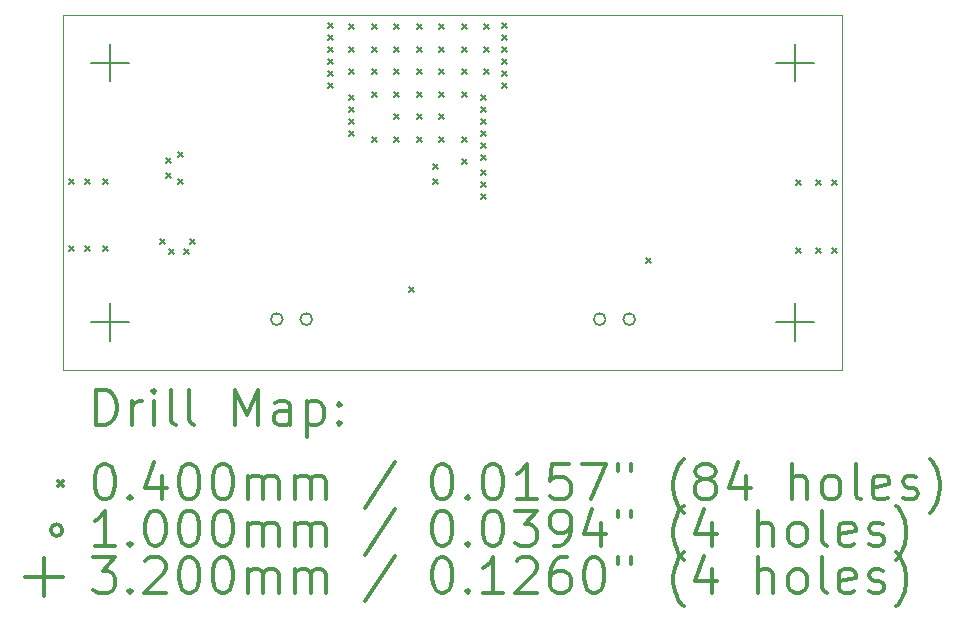
<source format=gbr>
%FSLAX45Y45*%
G04 Gerber Fmt 4.5, Leading zero omitted, Abs format (unit mm)*
G04 Created by KiCad (PCBNEW 5.1.10-88a1d61d58~90~ubuntu21.04.1) date 2021-09-19 17:31:34*
%MOMM*%
%LPD*%
G01*
G04 APERTURE LIST*
%TA.AperFunction,Profile*%
%ADD10C,0.050000*%
%TD*%
%ADD11C,0.200000*%
%ADD12C,0.300000*%
G04 APERTURE END LIST*
D10*
X10000000Y-10000000D02*
X10000000Y-13000000D01*
X10000000Y-10000000D02*
X16600000Y-10000000D01*
X16600000Y-13000000D02*
X16600000Y-10000000D01*
X10000000Y-13000000D02*
X16600000Y-13000000D01*
D11*
X10051100Y-11384600D02*
X10091100Y-11424600D01*
X10091100Y-11384600D02*
X10051100Y-11424600D01*
X10051100Y-11956100D02*
X10091100Y-11996100D01*
X10091100Y-11956100D02*
X10051100Y-11996100D01*
X10190800Y-11384600D02*
X10230800Y-11424600D01*
X10230800Y-11384600D02*
X10190800Y-11424600D01*
X10190800Y-11956100D02*
X10230800Y-11996100D01*
X10230800Y-11956100D02*
X10190800Y-11996100D01*
X10343200Y-11384600D02*
X10383200Y-11424600D01*
X10383200Y-11384600D02*
X10343200Y-11424600D01*
X10343200Y-11956100D02*
X10383200Y-11996100D01*
X10383200Y-11956100D02*
X10343200Y-11996100D01*
X10825800Y-11892600D02*
X10865800Y-11932600D01*
X10865800Y-11892600D02*
X10825800Y-11932600D01*
X10876600Y-11206800D02*
X10916600Y-11246800D01*
X10916600Y-11206800D02*
X10876600Y-11246800D01*
X10876600Y-11333800D02*
X10916600Y-11373800D01*
X10916600Y-11333800D02*
X10876600Y-11373800D01*
X10902000Y-11981500D02*
X10942000Y-12021500D01*
X10942000Y-11981500D02*
X10902000Y-12021500D01*
X10978200Y-11156000D02*
X11018200Y-11196000D01*
X11018200Y-11156000D02*
X10978200Y-11196000D01*
X10978200Y-11384600D02*
X11018200Y-11424600D01*
X11018200Y-11384600D02*
X10978200Y-11424600D01*
X11029000Y-11981500D02*
X11069000Y-12021500D01*
X11069000Y-11981500D02*
X11029000Y-12021500D01*
X11079800Y-11892600D02*
X11119800Y-11932600D01*
X11119800Y-11892600D02*
X11079800Y-11932600D01*
X12248200Y-10063800D02*
X12288200Y-10103800D01*
X12288200Y-10063800D02*
X12248200Y-10103800D01*
X12248200Y-10165400D02*
X12288200Y-10205400D01*
X12288200Y-10165400D02*
X12248200Y-10205400D01*
X12248200Y-10267000D02*
X12288200Y-10307000D01*
X12288200Y-10267000D02*
X12248200Y-10307000D01*
X12248200Y-10368600D02*
X12288200Y-10408600D01*
X12288200Y-10368600D02*
X12248200Y-10408600D01*
X12248200Y-10470200D02*
X12288200Y-10510200D01*
X12288200Y-10470200D02*
X12248200Y-10510200D01*
X12248200Y-10571800D02*
X12288200Y-10611800D01*
X12288200Y-10571800D02*
X12248200Y-10611800D01*
X12426000Y-10076500D02*
X12466000Y-10116500D01*
X12466000Y-10076500D02*
X12426000Y-10116500D01*
X12426000Y-10267000D02*
X12466000Y-10307000D01*
X12466000Y-10267000D02*
X12426000Y-10307000D01*
X12426000Y-10457500D02*
X12466000Y-10497500D01*
X12466000Y-10457500D02*
X12426000Y-10497500D01*
X12426000Y-10673400D02*
X12466000Y-10713400D01*
X12466000Y-10673400D02*
X12426000Y-10713400D01*
X12426000Y-10775000D02*
X12466000Y-10815000D01*
X12466000Y-10775000D02*
X12426000Y-10815000D01*
X12426000Y-10876600D02*
X12466000Y-10916600D01*
X12466000Y-10876600D02*
X12426000Y-10916600D01*
X12426000Y-10978200D02*
X12466000Y-11018200D01*
X12466000Y-10978200D02*
X12426000Y-11018200D01*
X12616500Y-10076500D02*
X12656500Y-10116500D01*
X12656500Y-10076500D02*
X12616500Y-10116500D01*
X12616500Y-10267000D02*
X12656500Y-10307000D01*
X12656500Y-10267000D02*
X12616500Y-10307000D01*
X12616500Y-10457500D02*
X12656500Y-10497500D01*
X12656500Y-10457500D02*
X12616500Y-10497500D01*
X12616500Y-10648000D02*
X12656500Y-10688000D01*
X12656500Y-10648000D02*
X12616500Y-10688000D01*
X12616500Y-11029000D02*
X12656500Y-11069000D01*
X12656500Y-11029000D02*
X12616500Y-11069000D01*
X12807000Y-10076500D02*
X12847000Y-10116500D01*
X12847000Y-10076500D02*
X12807000Y-10116500D01*
X12807000Y-10267000D02*
X12847000Y-10307000D01*
X12847000Y-10267000D02*
X12807000Y-10307000D01*
X12807000Y-10457500D02*
X12847000Y-10497500D01*
X12847000Y-10457500D02*
X12807000Y-10497500D01*
X12807000Y-10648000D02*
X12847000Y-10688000D01*
X12847000Y-10648000D02*
X12807000Y-10688000D01*
X12807000Y-10838500D02*
X12847000Y-10878500D01*
X12847000Y-10838500D02*
X12807000Y-10878500D01*
X12807000Y-11029000D02*
X12847000Y-11069000D01*
X12847000Y-11029000D02*
X12807000Y-11069000D01*
X12934000Y-12299000D02*
X12974000Y-12339000D01*
X12974000Y-12299000D02*
X12934000Y-12339000D01*
X12997500Y-10076500D02*
X13037500Y-10116500D01*
X13037500Y-10076500D02*
X12997500Y-10116500D01*
X12997500Y-10267000D02*
X13037500Y-10307000D01*
X13037500Y-10267000D02*
X12997500Y-10307000D01*
X12997500Y-10457500D02*
X13037500Y-10497500D01*
X13037500Y-10457500D02*
X12997500Y-10497500D01*
X12997500Y-10648000D02*
X13037500Y-10688000D01*
X13037500Y-10648000D02*
X12997500Y-10688000D01*
X12997500Y-10838500D02*
X13037500Y-10878500D01*
X13037500Y-10838500D02*
X12997500Y-10878500D01*
X12997500Y-11029000D02*
X13037500Y-11069000D01*
X13037500Y-11029000D02*
X12997500Y-11069000D01*
X13137200Y-11257600D02*
X13177200Y-11297600D01*
X13177200Y-11257600D02*
X13137200Y-11297600D01*
X13137200Y-11384600D02*
X13177200Y-11424600D01*
X13177200Y-11384600D02*
X13137200Y-11424600D01*
X13188000Y-10076500D02*
X13228000Y-10116500D01*
X13228000Y-10076500D02*
X13188000Y-10116500D01*
X13188000Y-10267000D02*
X13228000Y-10307000D01*
X13228000Y-10267000D02*
X13188000Y-10307000D01*
X13188000Y-10457500D02*
X13228000Y-10497500D01*
X13228000Y-10457500D02*
X13188000Y-10497500D01*
X13188000Y-10648000D02*
X13228000Y-10688000D01*
X13228000Y-10648000D02*
X13188000Y-10688000D01*
X13188000Y-10838500D02*
X13228000Y-10878500D01*
X13228000Y-10838500D02*
X13188000Y-10878500D01*
X13188000Y-11029000D02*
X13228000Y-11069000D01*
X13228000Y-11029000D02*
X13188000Y-11069000D01*
X13378500Y-10076500D02*
X13418500Y-10116500D01*
X13418500Y-10076500D02*
X13378500Y-10116500D01*
X13378500Y-10267000D02*
X13418500Y-10307000D01*
X13418500Y-10267000D02*
X13378500Y-10307000D01*
X13378500Y-10457500D02*
X13418500Y-10497500D01*
X13418500Y-10457500D02*
X13378500Y-10497500D01*
X13378500Y-10648000D02*
X13418500Y-10688000D01*
X13418500Y-10648000D02*
X13378500Y-10688000D01*
X13378500Y-11029000D02*
X13418500Y-11069000D01*
X13418500Y-11029000D02*
X13378500Y-11069000D01*
X13378500Y-11219500D02*
X13418500Y-11259500D01*
X13418500Y-11219500D02*
X13378500Y-11259500D01*
X13543600Y-10673400D02*
X13583600Y-10713400D01*
X13583600Y-10673400D02*
X13543600Y-10713400D01*
X13543600Y-10775000D02*
X13583600Y-10815000D01*
X13583600Y-10775000D02*
X13543600Y-10815000D01*
X13543600Y-10876600D02*
X13583600Y-10916600D01*
X13583600Y-10876600D02*
X13543600Y-10916600D01*
X13543600Y-10978200D02*
X13583600Y-11018200D01*
X13583600Y-10978200D02*
X13543600Y-11018200D01*
X13543600Y-11079800D02*
X13583600Y-11119800D01*
X13583600Y-11079800D02*
X13543600Y-11119800D01*
X13543600Y-11181400D02*
X13583600Y-11221400D01*
X13583600Y-11181400D02*
X13543600Y-11221400D01*
X13543600Y-11308400D02*
X13583600Y-11348400D01*
X13583600Y-11308400D02*
X13543600Y-11348400D01*
X13543600Y-11410000D02*
X13583600Y-11450000D01*
X13583600Y-11410000D02*
X13543600Y-11450000D01*
X13543600Y-11511600D02*
X13583600Y-11551600D01*
X13583600Y-11511600D02*
X13543600Y-11551600D01*
X13569000Y-10076500D02*
X13609000Y-10116500D01*
X13609000Y-10076500D02*
X13569000Y-10116500D01*
X13569000Y-10267000D02*
X13609000Y-10307000D01*
X13609000Y-10267000D02*
X13569000Y-10307000D01*
X13569000Y-10457500D02*
X13609000Y-10497500D01*
X13609000Y-10457500D02*
X13569000Y-10497500D01*
X13721400Y-10063800D02*
X13761400Y-10103800D01*
X13761400Y-10063800D02*
X13721400Y-10103800D01*
X13721400Y-10165400D02*
X13761400Y-10205400D01*
X13761400Y-10165400D02*
X13721400Y-10205400D01*
X13721400Y-10267000D02*
X13761400Y-10307000D01*
X13761400Y-10267000D02*
X13721400Y-10307000D01*
X13721400Y-10368600D02*
X13761400Y-10408600D01*
X13761400Y-10368600D02*
X13721400Y-10408600D01*
X13721400Y-10470200D02*
X13761400Y-10510200D01*
X13761400Y-10470200D02*
X13721400Y-10510200D01*
X13721400Y-10571800D02*
X13761400Y-10611800D01*
X13761400Y-10571800D02*
X13721400Y-10611800D01*
X14940600Y-12057700D02*
X14980600Y-12097700D01*
X14980600Y-12057700D02*
X14940600Y-12097700D01*
X16210600Y-11397300D02*
X16250600Y-11437300D01*
X16250600Y-11397300D02*
X16210600Y-11437300D01*
X16210600Y-11968800D02*
X16250600Y-12008800D01*
X16250600Y-11968800D02*
X16210600Y-12008800D01*
X16375700Y-11397300D02*
X16415700Y-11437300D01*
X16415700Y-11397300D02*
X16375700Y-11437300D01*
X16375700Y-11968800D02*
X16415700Y-12008800D01*
X16415700Y-11968800D02*
X16375700Y-12008800D01*
X16515400Y-11397300D02*
X16555400Y-11437300D01*
X16555400Y-11397300D02*
X16515400Y-11437300D01*
X16515400Y-11968800D02*
X16555400Y-12008800D01*
X16555400Y-11968800D02*
X16515400Y-12008800D01*
X11861000Y-12573000D02*
G75*
G03*
X11861000Y-12573000I-50000J0D01*
G01*
X12111000Y-12573000D02*
G75*
G03*
X12111000Y-12573000I-50000J0D01*
G01*
X14595500Y-12573000D02*
G75*
G03*
X14595500Y-12573000I-50000J0D01*
G01*
X14845500Y-12573000D02*
G75*
G03*
X14845500Y-12573000I-50000J0D01*
G01*
X10400000Y-10240000D02*
X10400000Y-10560000D01*
X10240000Y-10400000D02*
X10560000Y-10400000D01*
X10400000Y-12440000D02*
X10400000Y-12760000D01*
X10240000Y-12600000D02*
X10560000Y-12600000D01*
X16200000Y-10240000D02*
X16200000Y-10560000D01*
X16040000Y-10400000D02*
X16360000Y-10400000D01*
X16200000Y-12440000D02*
X16200000Y-12760000D01*
X16040000Y-12600000D02*
X16360000Y-12600000D01*
D12*
X10283928Y-13468214D02*
X10283928Y-13168214D01*
X10355357Y-13168214D01*
X10398214Y-13182500D01*
X10426786Y-13211071D01*
X10441071Y-13239643D01*
X10455357Y-13296786D01*
X10455357Y-13339643D01*
X10441071Y-13396786D01*
X10426786Y-13425357D01*
X10398214Y-13453929D01*
X10355357Y-13468214D01*
X10283928Y-13468214D01*
X10583928Y-13468214D02*
X10583928Y-13268214D01*
X10583928Y-13325357D02*
X10598214Y-13296786D01*
X10612500Y-13282500D01*
X10641071Y-13268214D01*
X10669643Y-13268214D01*
X10769643Y-13468214D02*
X10769643Y-13268214D01*
X10769643Y-13168214D02*
X10755357Y-13182500D01*
X10769643Y-13196786D01*
X10783928Y-13182500D01*
X10769643Y-13168214D01*
X10769643Y-13196786D01*
X10955357Y-13468214D02*
X10926786Y-13453929D01*
X10912500Y-13425357D01*
X10912500Y-13168214D01*
X11112500Y-13468214D02*
X11083928Y-13453929D01*
X11069643Y-13425357D01*
X11069643Y-13168214D01*
X11455357Y-13468214D02*
X11455357Y-13168214D01*
X11555357Y-13382500D01*
X11655357Y-13168214D01*
X11655357Y-13468214D01*
X11926786Y-13468214D02*
X11926786Y-13311071D01*
X11912500Y-13282500D01*
X11883928Y-13268214D01*
X11826786Y-13268214D01*
X11798214Y-13282500D01*
X11926786Y-13453929D02*
X11898214Y-13468214D01*
X11826786Y-13468214D01*
X11798214Y-13453929D01*
X11783928Y-13425357D01*
X11783928Y-13396786D01*
X11798214Y-13368214D01*
X11826786Y-13353929D01*
X11898214Y-13353929D01*
X11926786Y-13339643D01*
X12069643Y-13268214D02*
X12069643Y-13568214D01*
X12069643Y-13282500D02*
X12098214Y-13268214D01*
X12155357Y-13268214D01*
X12183928Y-13282500D01*
X12198214Y-13296786D01*
X12212500Y-13325357D01*
X12212500Y-13411071D01*
X12198214Y-13439643D01*
X12183928Y-13453929D01*
X12155357Y-13468214D01*
X12098214Y-13468214D01*
X12069643Y-13453929D01*
X12341071Y-13439643D02*
X12355357Y-13453929D01*
X12341071Y-13468214D01*
X12326786Y-13453929D01*
X12341071Y-13439643D01*
X12341071Y-13468214D01*
X12341071Y-13282500D02*
X12355357Y-13296786D01*
X12341071Y-13311071D01*
X12326786Y-13296786D01*
X12341071Y-13282500D01*
X12341071Y-13311071D01*
X9957500Y-13942500D02*
X9997500Y-13982500D01*
X9997500Y-13942500D02*
X9957500Y-13982500D01*
X10341071Y-13798214D02*
X10369643Y-13798214D01*
X10398214Y-13812500D01*
X10412500Y-13826786D01*
X10426786Y-13855357D01*
X10441071Y-13912500D01*
X10441071Y-13983929D01*
X10426786Y-14041071D01*
X10412500Y-14069643D01*
X10398214Y-14083929D01*
X10369643Y-14098214D01*
X10341071Y-14098214D01*
X10312500Y-14083929D01*
X10298214Y-14069643D01*
X10283928Y-14041071D01*
X10269643Y-13983929D01*
X10269643Y-13912500D01*
X10283928Y-13855357D01*
X10298214Y-13826786D01*
X10312500Y-13812500D01*
X10341071Y-13798214D01*
X10569643Y-14069643D02*
X10583928Y-14083929D01*
X10569643Y-14098214D01*
X10555357Y-14083929D01*
X10569643Y-14069643D01*
X10569643Y-14098214D01*
X10841071Y-13898214D02*
X10841071Y-14098214D01*
X10769643Y-13783929D02*
X10698214Y-13998214D01*
X10883928Y-13998214D01*
X11055357Y-13798214D02*
X11083928Y-13798214D01*
X11112500Y-13812500D01*
X11126786Y-13826786D01*
X11141071Y-13855357D01*
X11155357Y-13912500D01*
X11155357Y-13983929D01*
X11141071Y-14041071D01*
X11126786Y-14069643D01*
X11112500Y-14083929D01*
X11083928Y-14098214D01*
X11055357Y-14098214D01*
X11026786Y-14083929D01*
X11012500Y-14069643D01*
X10998214Y-14041071D01*
X10983928Y-13983929D01*
X10983928Y-13912500D01*
X10998214Y-13855357D01*
X11012500Y-13826786D01*
X11026786Y-13812500D01*
X11055357Y-13798214D01*
X11341071Y-13798214D02*
X11369643Y-13798214D01*
X11398214Y-13812500D01*
X11412500Y-13826786D01*
X11426786Y-13855357D01*
X11441071Y-13912500D01*
X11441071Y-13983929D01*
X11426786Y-14041071D01*
X11412500Y-14069643D01*
X11398214Y-14083929D01*
X11369643Y-14098214D01*
X11341071Y-14098214D01*
X11312500Y-14083929D01*
X11298214Y-14069643D01*
X11283928Y-14041071D01*
X11269643Y-13983929D01*
X11269643Y-13912500D01*
X11283928Y-13855357D01*
X11298214Y-13826786D01*
X11312500Y-13812500D01*
X11341071Y-13798214D01*
X11569643Y-14098214D02*
X11569643Y-13898214D01*
X11569643Y-13926786D02*
X11583928Y-13912500D01*
X11612500Y-13898214D01*
X11655357Y-13898214D01*
X11683928Y-13912500D01*
X11698214Y-13941071D01*
X11698214Y-14098214D01*
X11698214Y-13941071D02*
X11712500Y-13912500D01*
X11741071Y-13898214D01*
X11783928Y-13898214D01*
X11812500Y-13912500D01*
X11826786Y-13941071D01*
X11826786Y-14098214D01*
X11969643Y-14098214D02*
X11969643Y-13898214D01*
X11969643Y-13926786D02*
X11983928Y-13912500D01*
X12012500Y-13898214D01*
X12055357Y-13898214D01*
X12083928Y-13912500D01*
X12098214Y-13941071D01*
X12098214Y-14098214D01*
X12098214Y-13941071D02*
X12112500Y-13912500D01*
X12141071Y-13898214D01*
X12183928Y-13898214D01*
X12212500Y-13912500D01*
X12226786Y-13941071D01*
X12226786Y-14098214D01*
X12812500Y-13783929D02*
X12555357Y-14169643D01*
X13198214Y-13798214D02*
X13226786Y-13798214D01*
X13255357Y-13812500D01*
X13269643Y-13826786D01*
X13283928Y-13855357D01*
X13298214Y-13912500D01*
X13298214Y-13983929D01*
X13283928Y-14041071D01*
X13269643Y-14069643D01*
X13255357Y-14083929D01*
X13226786Y-14098214D01*
X13198214Y-14098214D01*
X13169643Y-14083929D01*
X13155357Y-14069643D01*
X13141071Y-14041071D01*
X13126786Y-13983929D01*
X13126786Y-13912500D01*
X13141071Y-13855357D01*
X13155357Y-13826786D01*
X13169643Y-13812500D01*
X13198214Y-13798214D01*
X13426786Y-14069643D02*
X13441071Y-14083929D01*
X13426786Y-14098214D01*
X13412500Y-14083929D01*
X13426786Y-14069643D01*
X13426786Y-14098214D01*
X13626786Y-13798214D02*
X13655357Y-13798214D01*
X13683928Y-13812500D01*
X13698214Y-13826786D01*
X13712500Y-13855357D01*
X13726786Y-13912500D01*
X13726786Y-13983929D01*
X13712500Y-14041071D01*
X13698214Y-14069643D01*
X13683928Y-14083929D01*
X13655357Y-14098214D01*
X13626786Y-14098214D01*
X13598214Y-14083929D01*
X13583928Y-14069643D01*
X13569643Y-14041071D01*
X13555357Y-13983929D01*
X13555357Y-13912500D01*
X13569643Y-13855357D01*
X13583928Y-13826786D01*
X13598214Y-13812500D01*
X13626786Y-13798214D01*
X14012500Y-14098214D02*
X13841071Y-14098214D01*
X13926786Y-14098214D02*
X13926786Y-13798214D01*
X13898214Y-13841071D01*
X13869643Y-13869643D01*
X13841071Y-13883929D01*
X14283928Y-13798214D02*
X14141071Y-13798214D01*
X14126786Y-13941071D01*
X14141071Y-13926786D01*
X14169643Y-13912500D01*
X14241071Y-13912500D01*
X14269643Y-13926786D01*
X14283928Y-13941071D01*
X14298214Y-13969643D01*
X14298214Y-14041071D01*
X14283928Y-14069643D01*
X14269643Y-14083929D01*
X14241071Y-14098214D01*
X14169643Y-14098214D01*
X14141071Y-14083929D01*
X14126786Y-14069643D01*
X14398214Y-13798214D02*
X14598214Y-13798214D01*
X14469643Y-14098214D01*
X14698214Y-13798214D02*
X14698214Y-13855357D01*
X14812500Y-13798214D02*
X14812500Y-13855357D01*
X15255357Y-14212500D02*
X15241071Y-14198214D01*
X15212500Y-14155357D01*
X15198214Y-14126786D01*
X15183928Y-14083929D01*
X15169643Y-14012500D01*
X15169643Y-13955357D01*
X15183928Y-13883929D01*
X15198214Y-13841071D01*
X15212500Y-13812500D01*
X15241071Y-13769643D01*
X15255357Y-13755357D01*
X15412500Y-13926786D02*
X15383928Y-13912500D01*
X15369643Y-13898214D01*
X15355357Y-13869643D01*
X15355357Y-13855357D01*
X15369643Y-13826786D01*
X15383928Y-13812500D01*
X15412500Y-13798214D01*
X15469643Y-13798214D01*
X15498214Y-13812500D01*
X15512500Y-13826786D01*
X15526786Y-13855357D01*
X15526786Y-13869643D01*
X15512500Y-13898214D01*
X15498214Y-13912500D01*
X15469643Y-13926786D01*
X15412500Y-13926786D01*
X15383928Y-13941071D01*
X15369643Y-13955357D01*
X15355357Y-13983929D01*
X15355357Y-14041071D01*
X15369643Y-14069643D01*
X15383928Y-14083929D01*
X15412500Y-14098214D01*
X15469643Y-14098214D01*
X15498214Y-14083929D01*
X15512500Y-14069643D01*
X15526786Y-14041071D01*
X15526786Y-13983929D01*
X15512500Y-13955357D01*
X15498214Y-13941071D01*
X15469643Y-13926786D01*
X15783928Y-13898214D02*
X15783928Y-14098214D01*
X15712500Y-13783929D02*
X15641071Y-13998214D01*
X15826786Y-13998214D01*
X16169643Y-14098214D02*
X16169643Y-13798214D01*
X16298214Y-14098214D02*
X16298214Y-13941071D01*
X16283928Y-13912500D01*
X16255357Y-13898214D01*
X16212500Y-13898214D01*
X16183928Y-13912500D01*
X16169643Y-13926786D01*
X16483928Y-14098214D02*
X16455357Y-14083929D01*
X16441071Y-14069643D01*
X16426786Y-14041071D01*
X16426786Y-13955357D01*
X16441071Y-13926786D01*
X16455357Y-13912500D01*
X16483928Y-13898214D01*
X16526786Y-13898214D01*
X16555357Y-13912500D01*
X16569643Y-13926786D01*
X16583928Y-13955357D01*
X16583928Y-14041071D01*
X16569643Y-14069643D01*
X16555357Y-14083929D01*
X16526786Y-14098214D01*
X16483928Y-14098214D01*
X16755357Y-14098214D02*
X16726786Y-14083929D01*
X16712500Y-14055357D01*
X16712500Y-13798214D01*
X16983928Y-14083929D02*
X16955357Y-14098214D01*
X16898214Y-14098214D01*
X16869643Y-14083929D01*
X16855357Y-14055357D01*
X16855357Y-13941071D01*
X16869643Y-13912500D01*
X16898214Y-13898214D01*
X16955357Y-13898214D01*
X16983928Y-13912500D01*
X16998214Y-13941071D01*
X16998214Y-13969643D01*
X16855357Y-13998214D01*
X17112500Y-14083929D02*
X17141071Y-14098214D01*
X17198214Y-14098214D01*
X17226786Y-14083929D01*
X17241071Y-14055357D01*
X17241071Y-14041071D01*
X17226786Y-14012500D01*
X17198214Y-13998214D01*
X17155357Y-13998214D01*
X17126786Y-13983929D01*
X17112500Y-13955357D01*
X17112500Y-13941071D01*
X17126786Y-13912500D01*
X17155357Y-13898214D01*
X17198214Y-13898214D01*
X17226786Y-13912500D01*
X17341071Y-14212500D02*
X17355357Y-14198214D01*
X17383928Y-14155357D01*
X17398214Y-14126786D01*
X17412500Y-14083929D01*
X17426786Y-14012500D01*
X17426786Y-13955357D01*
X17412500Y-13883929D01*
X17398214Y-13841071D01*
X17383928Y-13812500D01*
X17355357Y-13769643D01*
X17341071Y-13755357D01*
X9997500Y-14358500D02*
G75*
G03*
X9997500Y-14358500I-50000J0D01*
G01*
X10441071Y-14494214D02*
X10269643Y-14494214D01*
X10355357Y-14494214D02*
X10355357Y-14194214D01*
X10326786Y-14237071D01*
X10298214Y-14265643D01*
X10269643Y-14279929D01*
X10569643Y-14465643D02*
X10583928Y-14479929D01*
X10569643Y-14494214D01*
X10555357Y-14479929D01*
X10569643Y-14465643D01*
X10569643Y-14494214D01*
X10769643Y-14194214D02*
X10798214Y-14194214D01*
X10826786Y-14208500D01*
X10841071Y-14222786D01*
X10855357Y-14251357D01*
X10869643Y-14308500D01*
X10869643Y-14379929D01*
X10855357Y-14437071D01*
X10841071Y-14465643D01*
X10826786Y-14479929D01*
X10798214Y-14494214D01*
X10769643Y-14494214D01*
X10741071Y-14479929D01*
X10726786Y-14465643D01*
X10712500Y-14437071D01*
X10698214Y-14379929D01*
X10698214Y-14308500D01*
X10712500Y-14251357D01*
X10726786Y-14222786D01*
X10741071Y-14208500D01*
X10769643Y-14194214D01*
X11055357Y-14194214D02*
X11083928Y-14194214D01*
X11112500Y-14208500D01*
X11126786Y-14222786D01*
X11141071Y-14251357D01*
X11155357Y-14308500D01*
X11155357Y-14379929D01*
X11141071Y-14437071D01*
X11126786Y-14465643D01*
X11112500Y-14479929D01*
X11083928Y-14494214D01*
X11055357Y-14494214D01*
X11026786Y-14479929D01*
X11012500Y-14465643D01*
X10998214Y-14437071D01*
X10983928Y-14379929D01*
X10983928Y-14308500D01*
X10998214Y-14251357D01*
X11012500Y-14222786D01*
X11026786Y-14208500D01*
X11055357Y-14194214D01*
X11341071Y-14194214D02*
X11369643Y-14194214D01*
X11398214Y-14208500D01*
X11412500Y-14222786D01*
X11426786Y-14251357D01*
X11441071Y-14308500D01*
X11441071Y-14379929D01*
X11426786Y-14437071D01*
X11412500Y-14465643D01*
X11398214Y-14479929D01*
X11369643Y-14494214D01*
X11341071Y-14494214D01*
X11312500Y-14479929D01*
X11298214Y-14465643D01*
X11283928Y-14437071D01*
X11269643Y-14379929D01*
X11269643Y-14308500D01*
X11283928Y-14251357D01*
X11298214Y-14222786D01*
X11312500Y-14208500D01*
X11341071Y-14194214D01*
X11569643Y-14494214D02*
X11569643Y-14294214D01*
X11569643Y-14322786D02*
X11583928Y-14308500D01*
X11612500Y-14294214D01*
X11655357Y-14294214D01*
X11683928Y-14308500D01*
X11698214Y-14337071D01*
X11698214Y-14494214D01*
X11698214Y-14337071D02*
X11712500Y-14308500D01*
X11741071Y-14294214D01*
X11783928Y-14294214D01*
X11812500Y-14308500D01*
X11826786Y-14337071D01*
X11826786Y-14494214D01*
X11969643Y-14494214D02*
X11969643Y-14294214D01*
X11969643Y-14322786D02*
X11983928Y-14308500D01*
X12012500Y-14294214D01*
X12055357Y-14294214D01*
X12083928Y-14308500D01*
X12098214Y-14337071D01*
X12098214Y-14494214D01*
X12098214Y-14337071D02*
X12112500Y-14308500D01*
X12141071Y-14294214D01*
X12183928Y-14294214D01*
X12212500Y-14308500D01*
X12226786Y-14337071D01*
X12226786Y-14494214D01*
X12812500Y-14179929D02*
X12555357Y-14565643D01*
X13198214Y-14194214D02*
X13226786Y-14194214D01*
X13255357Y-14208500D01*
X13269643Y-14222786D01*
X13283928Y-14251357D01*
X13298214Y-14308500D01*
X13298214Y-14379929D01*
X13283928Y-14437071D01*
X13269643Y-14465643D01*
X13255357Y-14479929D01*
X13226786Y-14494214D01*
X13198214Y-14494214D01*
X13169643Y-14479929D01*
X13155357Y-14465643D01*
X13141071Y-14437071D01*
X13126786Y-14379929D01*
X13126786Y-14308500D01*
X13141071Y-14251357D01*
X13155357Y-14222786D01*
X13169643Y-14208500D01*
X13198214Y-14194214D01*
X13426786Y-14465643D02*
X13441071Y-14479929D01*
X13426786Y-14494214D01*
X13412500Y-14479929D01*
X13426786Y-14465643D01*
X13426786Y-14494214D01*
X13626786Y-14194214D02*
X13655357Y-14194214D01*
X13683928Y-14208500D01*
X13698214Y-14222786D01*
X13712500Y-14251357D01*
X13726786Y-14308500D01*
X13726786Y-14379929D01*
X13712500Y-14437071D01*
X13698214Y-14465643D01*
X13683928Y-14479929D01*
X13655357Y-14494214D01*
X13626786Y-14494214D01*
X13598214Y-14479929D01*
X13583928Y-14465643D01*
X13569643Y-14437071D01*
X13555357Y-14379929D01*
X13555357Y-14308500D01*
X13569643Y-14251357D01*
X13583928Y-14222786D01*
X13598214Y-14208500D01*
X13626786Y-14194214D01*
X13826786Y-14194214D02*
X14012500Y-14194214D01*
X13912500Y-14308500D01*
X13955357Y-14308500D01*
X13983928Y-14322786D01*
X13998214Y-14337071D01*
X14012500Y-14365643D01*
X14012500Y-14437071D01*
X13998214Y-14465643D01*
X13983928Y-14479929D01*
X13955357Y-14494214D01*
X13869643Y-14494214D01*
X13841071Y-14479929D01*
X13826786Y-14465643D01*
X14155357Y-14494214D02*
X14212500Y-14494214D01*
X14241071Y-14479929D01*
X14255357Y-14465643D01*
X14283928Y-14422786D01*
X14298214Y-14365643D01*
X14298214Y-14251357D01*
X14283928Y-14222786D01*
X14269643Y-14208500D01*
X14241071Y-14194214D01*
X14183928Y-14194214D01*
X14155357Y-14208500D01*
X14141071Y-14222786D01*
X14126786Y-14251357D01*
X14126786Y-14322786D01*
X14141071Y-14351357D01*
X14155357Y-14365643D01*
X14183928Y-14379929D01*
X14241071Y-14379929D01*
X14269643Y-14365643D01*
X14283928Y-14351357D01*
X14298214Y-14322786D01*
X14555357Y-14294214D02*
X14555357Y-14494214D01*
X14483928Y-14179929D02*
X14412500Y-14394214D01*
X14598214Y-14394214D01*
X14698214Y-14194214D02*
X14698214Y-14251357D01*
X14812500Y-14194214D02*
X14812500Y-14251357D01*
X15255357Y-14608500D02*
X15241071Y-14594214D01*
X15212500Y-14551357D01*
X15198214Y-14522786D01*
X15183928Y-14479929D01*
X15169643Y-14408500D01*
X15169643Y-14351357D01*
X15183928Y-14279929D01*
X15198214Y-14237071D01*
X15212500Y-14208500D01*
X15241071Y-14165643D01*
X15255357Y-14151357D01*
X15498214Y-14294214D02*
X15498214Y-14494214D01*
X15426786Y-14179929D02*
X15355357Y-14394214D01*
X15541071Y-14394214D01*
X15883928Y-14494214D02*
X15883928Y-14194214D01*
X16012500Y-14494214D02*
X16012500Y-14337071D01*
X15998214Y-14308500D01*
X15969643Y-14294214D01*
X15926786Y-14294214D01*
X15898214Y-14308500D01*
X15883928Y-14322786D01*
X16198214Y-14494214D02*
X16169643Y-14479929D01*
X16155357Y-14465643D01*
X16141071Y-14437071D01*
X16141071Y-14351357D01*
X16155357Y-14322786D01*
X16169643Y-14308500D01*
X16198214Y-14294214D01*
X16241071Y-14294214D01*
X16269643Y-14308500D01*
X16283928Y-14322786D01*
X16298214Y-14351357D01*
X16298214Y-14437071D01*
X16283928Y-14465643D01*
X16269643Y-14479929D01*
X16241071Y-14494214D01*
X16198214Y-14494214D01*
X16469643Y-14494214D02*
X16441071Y-14479929D01*
X16426786Y-14451357D01*
X16426786Y-14194214D01*
X16698214Y-14479929D02*
X16669643Y-14494214D01*
X16612500Y-14494214D01*
X16583928Y-14479929D01*
X16569643Y-14451357D01*
X16569643Y-14337071D01*
X16583928Y-14308500D01*
X16612500Y-14294214D01*
X16669643Y-14294214D01*
X16698214Y-14308500D01*
X16712500Y-14337071D01*
X16712500Y-14365643D01*
X16569643Y-14394214D01*
X16826786Y-14479929D02*
X16855357Y-14494214D01*
X16912500Y-14494214D01*
X16941071Y-14479929D01*
X16955357Y-14451357D01*
X16955357Y-14437071D01*
X16941071Y-14408500D01*
X16912500Y-14394214D01*
X16869643Y-14394214D01*
X16841071Y-14379929D01*
X16826786Y-14351357D01*
X16826786Y-14337071D01*
X16841071Y-14308500D01*
X16869643Y-14294214D01*
X16912500Y-14294214D01*
X16941071Y-14308500D01*
X17055357Y-14608500D02*
X17069643Y-14594214D01*
X17098214Y-14551357D01*
X17112500Y-14522786D01*
X17126786Y-14479929D01*
X17141071Y-14408500D01*
X17141071Y-14351357D01*
X17126786Y-14279929D01*
X17112500Y-14237071D01*
X17098214Y-14208500D01*
X17069643Y-14165643D01*
X17055357Y-14151357D01*
X9837500Y-14594500D02*
X9837500Y-14914500D01*
X9677500Y-14754500D02*
X9997500Y-14754500D01*
X10255357Y-14590214D02*
X10441071Y-14590214D01*
X10341071Y-14704500D01*
X10383928Y-14704500D01*
X10412500Y-14718786D01*
X10426786Y-14733071D01*
X10441071Y-14761643D01*
X10441071Y-14833071D01*
X10426786Y-14861643D01*
X10412500Y-14875929D01*
X10383928Y-14890214D01*
X10298214Y-14890214D01*
X10269643Y-14875929D01*
X10255357Y-14861643D01*
X10569643Y-14861643D02*
X10583928Y-14875929D01*
X10569643Y-14890214D01*
X10555357Y-14875929D01*
X10569643Y-14861643D01*
X10569643Y-14890214D01*
X10698214Y-14618786D02*
X10712500Y-14604500D01*
X10741071Y-14590214D01*
X10812500Y-14590214D01*
X10841071Y-14604500D01*
X10855357Y-14618786D01*
X10869643Y-14647357D01*
X10869643Y-14675929D01*
X10855357Y-14718786D01*
X10683928Y-14890214D01*
X10869643Y-14890214D01*
X11055357Y-14590214D02*
X11083928Y-14590214D01*
X11112500Y-14604500D01*
X11126786Y-14618786D01*
X11141071Y-14647357D01*
X11155357Y-14704500D01*
X11155357Y-14775929D01*
X11141071Y-14833071D01*
X11126786Y-14861643D01*
X11112500Y-14875929D01*
X11083928Y-14890214D01*
X11055357Y-14890214D01*
X11026786Y-14875929D01*
X11012500Y-14861643D01*
X10998214Y-14833071D01*
X10983928Y-14775929D01*
X10983928Y-14704500D01*
X10998214Y-14647357D01*
X11012500Y-14618786D01*
X11026786Y-14604500D01*
X11055357Y-14590214D01*
X11341071Y-14590214D02*
X11369643Y-14590214D01*
X11398214Y-14604500D01*
X11412500Y-14618786D01*
X11426786Y-14647357D01*
X11441071Y-14704500D01*
X11441071Y-14775929D01*
X11426786Y-14833071D01*
X11412500Y-14861643D01*
X11398214Y-14875929D01*
X11369643Y-14890214D01*
X11341071Y-14890214D01*
X11312500Y-14875929D01*
X11298214Y-14861643D01*
X11283928Y-14833071D01*
X11269643Y-14775929D01*
X11269643Y-14704500D01*
X11283928Y-14647357D01*
X11298214Y-14618786D01*
X11312500Y-14604500D01*
X11341071Y-14590214D01*
X11569643Y-14890214D02*
X11569643Y-14690214D01*
X11569643Y-14718786D02*
X11583928Y-14704500D01*
X11612500Y-14690214D01*
X11655357Y-14690214D01*
X11683928Y-14704500D01*
X11698214Y-14733071D01*
X11698214Y-14890214D01*
X11698214Y-14733071D02*
X11712500Y-14704500D01*
X11741071Y-14690214D01*
X11783928Y-14690214D01*
X11812500Y-14704500D01*
X11826786Y-14733071D01*
X11826786Y-14890214D01*
X11969643Y-14890214D02*
X11969643Y-14690214D01*
X11969643Y-14718786D02*
X11983928Y-14704500D01*
X12012500Y-14690214D01*
X12055357Y-14690214D01*
X12083928Y-14704500D01*
X12098214Y-14733071D01*
X12098214Y-14890214D01*
X12098214Y-14733071D02*
X12112500Y-14704500D01*
X12141071Y-14690214D01*
X12183928Y-14690214D01*
X12212500Y-14704500D01*
X12226786Y-14733071D01*
X12226786Y-14890214D01*
X12812500Y-14575929D02*
X12555357Y-14961643D01*
X13198214Y-14590214D02*
X13226786Y-14590214D01*
X13255357Y-14604500D01*
X13269643Y-14618786D01*
X13283928Y-14647357D01*
X13298214Y-14704500D01*
X13298214Y-14775929D01*
X13283928Y-14833071D01*
X13269643Y-14861643D01*
X13255357Y-14875929D01*
X13226786Y-14890214D01*
X13198214Y-14890214D01*
X13169643Y-14875929D01*
X13155357Y-14861643D01*
X13141071Y-14833071D01*
X13126786Y-14775929D01*
X13126786Y-14704500D01*
X13141071Y-14647357D01*
X13155357Y-14618786D01*
X13169643Y-14604500D01*
X13198214Y-14590214D01*
X13426786Y-14861643D02*
X13441071Y-14875929D01*
X13426786Y-14890214D01*
X13412500Y-14875929D01*
X13426786Y-14861643D01*
X13426786Y-14890214D01*
X13726786Y-14890214D02*
X13555357Y-14890214D01*
X13641071Y-14890214D02*
X13641071Y-14590214D01*
X13612500Y-14633071D01*
X13583928Y-14661643D01*
X13555357Y-14675929D01*
X13841071Y-14618786D02*
X13855357Y-14604500D01*
X13883928Y-14590214D01*
X13955357Y-14590214D01*
X13983928Y-14604500D01*
X13998214Y-14618786D01*
X14012500Y-14647357D01*
X14012500Y-14675929D01*
X13998214Y-14718786D01*
X13826786Y-14890214D01*
X14012500Y-14890214D01*
X14269643Y-14590214D02*
X14212500Y-14590214D01*
X14183928Y-14604500D01*
X14169643Y-14618786D01*
X14141071Y-14661643D01*
X14126786Y-14718786D01*
X14126786Y-14833071D01*
X14141071Y-14861643D01*
X14155357Y-14875929D01*
X14183928Y-14890214D01*
X14241071Y-14890214D01*
X14269643Y-14875929D01*
X14283928Y-14861643D01*
X14298214Y-14833071D01*
X14298214Y-14761643D01*
X14283928Y-14733071D01*
X14269643Y-14718786D01*
X14241071Y-14704500D01*
X14183928Y-14704500D01*
X14155357Y-14718786D01*
X14141071Y-14733071D01*
X14126786Y-14761643D01*
X14483928Y-14590214D02*
X14512500Y-14590214D01*
X14541071Y-14604500D01*
X14555357Y-14618786D01*
X14569643Y-14647357D01*
X14583928Y-14704500D01*
X14583928Y-14775929D01*
X14569643Y-14833071D01*
X14555357Y-14861643D01*
X14541071Y-14875929D01*
X14512500Y-14890214D01*
X14483928Y-14890214D01*
X14455357Y-14875929D01*
X14441071Y-14861643D01*
X14426786Y-14833071D01*
X14412500Y-14775929D01*
X14412500Y-14704500D01*
X14426786Y-14647357D01*
X14441071Y-14618786D01*
X14455357Y-14604500D01*
X14483928Y-14590214D01*
X14698214Y-14590214D02*
X14698214Y-14647357D01*
X14812500Y-14590214D02*
X14812500Y-14647357D01*
X15255357Y-15004500D02*
X15241071Y-14990214D01*
X15212500Y-14947357D01*
X15198214Y-14918786D01*
X15183928Y-14875929D01*
X15169643Y-14804500D01*
X15169643Y-14747357D01*
X15183928Y-14675929D01*
X15198214Y-14633071D01*
X15212500Y-14604500D01*
X15241071Y-14561643D01*
X15255357Y-14547357D01*
X15498214Y-14690214D02*
X15498214Y-14890214D01*
X15426786Y-14575929D02*
X15355357Y-14790214D01*
X15541071Y-14790214D01*
X15883928Y-14890214D02*
X15883928Y-14590214D01*
X16012500Y-14890214D02*
X16012500Y-14733071D01*
X15998214Y-14704500D01*
X15969643Y-14690214D01*
X15926786Y-14690214D01*
X15898214Y-14704500D01*
X15883928Y-14718786D01*
X16198214Y-14890214D02*
X16169643Y-14875929D01*
X16155357Y-14861643D01*
X16141071Y-14833071D01*
X16141071Y-14747357D01*
X16155357Y-14718786D01*
X16169643Y-14704500D01*
X16198214Y-14690214D01*
X16241071Y-14690214D01*
X16269643Y-14704500D01*
X16283928Y-14718786D01*
X16298214Y-14747357D01*
X16298214Y-14833071D01*
X16283928Y-14861643D01*
X16269643Y-14875929D01*
X16241071Y-14890214D01*
X16198214Y-14890214D01*
X16469643Y-14890214D02*
X16441071Y-14875929D01*
X16426786Y-14847357D01*
X16426786Y-14590214D01*
X16698214Y-14875929D02*
X16669643Y-14890214D01*
X16612500Y-14890214D01*
X16583928Y-14875929D01*
X16569643Y-14847357D01*
X16569643Y-14733071D01*
X16583928Y-14704500D01*
X16612500Y-14690214D01*
X16669643Y-14690214D01*
X16698214Y-14704500D01*
X16712500Y-14733071D01*
X16712500Y-14761643D01*
X16569643Y-14790214D01*
X16826786Y-14875929D02*
X16855357Y-14890214D01*
X16912500Y-14890214D01*
X16941071Y-14875929D01*
X16955357Y-14847357D01*
X16955357Y-14833071D01*
X16941071Y-14804500D01*
X16912500Y-14790214D01*
X16869643Y-14790214D01*
X16841071Y-14775929D01*
X16826786Y-14747357D01*
X16826786Y-14733071D01*
X16841071Y-14704500D01*
X16869643Y-14690214D01*
X16912500Y-14690214D01*
X16941071Y-14704500D01*
X17055357Y-15004500D02*
X17069643Y-14990214D01*
X17098214Y-14947357D01*
X17112500Y-14918786D01*
X17126786Y-14875929D01*
X17141071Y-14804500D01*
X17141071Y-14747357D01*
X17126786Y-14675929D01*
X17112500Y-14633071D01*
X17098214Y-14604500D01*
X17069643Y-14561643D01*
X17055357Y-14547357D01*
M02*

</source>
